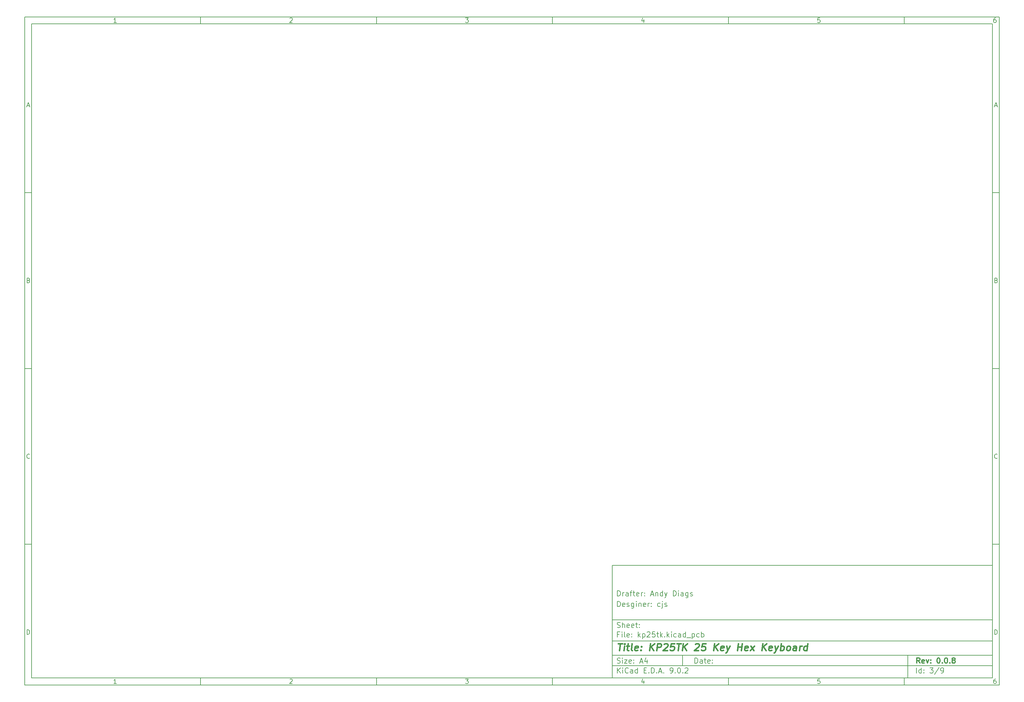
<source format=gtp>
%TF.GenerationSoftware,KiCad,Pcbnew,9.0.2+1*%
%TF.CreationDate,2025-06-13T17:56:32+09:00*%
%TF.ProjectId,kp25tk,6b703235-746b-42e6-9b69-6361645f7063,0.0.8*%
%TF.SameCoordinates,Original*%
%TF.FileFunction,Paste,Top*%
%TF.FilePolarity,Positive*%
%FSLAX46Y46*%
G04 Gerber Fmt 4.6, Leading zero omitted, Abs format (unit mm)*
G04 Created by KiCad (PCBNEW 9.0.2+1) date 2025-06-13 17:56:32*
%MOMM*%
%LPD*%
G01*
G04 APERTURE LIST*
%ADD10C,0.100000*%
%ADD11C,0.150000*%
%ADD12C,0.300000*%
%ADD13C,0.400000*%
G04 APERTURE END LIST*
D10*
D11*
X177002200Y-166007200D02*
X285002200Y-166007200D01*
X285002200Y-198007200D01*
X177002200Y-198007200D01*
X177002200Y-166007200D01*
D10*
D11*
X10000000Y-10000000D02*
X287002200Y-10000000D01*
X287002200Y-200007200D01*
X10000000Y-200007200D01*
X10000000Y-10000000D01*
D10*
D11*
X12000000Y-12000000D02*
X285002200Y-12000000D01*
X285002200Y-198007200D01*
X12000000Y-198007200D01*
X12000000Y-12000000D01*
D10*
D11*
X60000000Y-12000000D02*
X60000000Y-10000000D01*
D10*
D11*
X110000000Y-12000000D02*
X110000000Y-10000000D01*
D10*
D11*
X160000000Y-12000000D02*
X160000000Y-10000000D01*
D10*
D11*
X210000000Y-12000000D02*
X210000000Y-10000000D01*
D10*
D11*
X260000000Y-12000000D02*
X260000000Y-10000000D01*
D10*
D11*
X36089160Y-11593604D02*
X35346303Y-11593604D01*
X35717731Y-11593604D02*
X35717731Y-10293604D01*
X35717731Y-10293604D02*
X35593922Y-10479319D01*
X35593922Y-10479319D02*
X35470112Y-10603128D01*
X35470112Y-10603128D02*
X35346303Y-10665033D01*
D10*
D11*
X85346303Y-10417414D02*
X85408207Y-10355509D01*
X85408207Y-10355509D02*
X85532017Y-10293604D01*
X85532017Y-10293604D02*
X85841541Y-10293604D01*
X85841541Y-10293604D02*
X85965350Y-10355509D01*
X85965350Y-10355509D02*
X86027255Y-10417414D01*
X86027255Y-10417414D02*
X86089160Y-10541223D01*
X86089160Y-10541223D02*
X86089160Y-10665033D01*
X86089160Y-10665033D02*
X86027255Y-10850747D01*
X86027255Y-10850747D02*
X85284398Y-11593604D01*
X85284398Y-11593604D02*
X86089160Y-11593604D01*
D10*
D11*
X135284398Y-10293604D02*
X136089160Y-10293604D01*
X136089160Y-10293604D02*
X135655826Y-10788842D01*
X135655826Y-10788842D02*
X135841541Y-10788842D01*
X135841541Y-10788842D02*
X135965350Y-10850747D01*
X135965350Y-10850747D02*
X136027255Y-10912652D01*
X136027255Y-10912652D02*
X136089160Y-11036461D01*
X136089160Y-11036461D02*
X136089160Y-11345985D01*
X136089160Y-11345985D02*
X136027255Y-11469795D01*
X136027255Y-11469795D02*
X135965350Y-11531700D01*
X135965350Y-11531700D02*
X135841541Y-11593604D01*
X135841541Y-11593604D02*
X135470112Y-11593604D01*
X135470112Y-11593604D02*
X135346303Y-11531700D01*
X135346303Y-11531700D02*
X135284398Y-11469795D01*
D10*
D11*
X185965350Y-10726938D02*
X185965350Y-11593604D01*
X185655826Y-10231700D02*
X185346303Y-11160271D01*
X185346303Y-11160271D02*
X186151064Y-11160271D01*
D10*
D11*
X236027255Y-10293604D02*
X235408207Y-10293604D01*
X235408207Y-10293604D02*
X235346303Y-10912652D01*
X235346303Y-10912652D02*
X235408207Y-10850747D01*
X235408207Y-10850747D02*
X235532017Y-10788842D01*
X235532017Y-10788842D02*
X235841541Y-10788842D01*
X235841541Y-10788842D02*
X235965350Y-10850747D01*
X235965350Y-10850747D02*
X236027255Y-10912652D01*
X236027255Y-10912652D02*
X236089160Y-11036461D01*
X236089160Y-11036461D02*
X236089160Y-11345985D01*
X236089160Y-11345985D02*
X236027255Y-11469795D01*
X236027255Y-11469795D02*
X235965350Y-11531700D01*
X235965350Y-11531700D02*
X235841541Y-11593604D01*
X235841541Y-11593604D02*
X235532017Y-11593604D01*
X235532017Y-11593604D02*
X235408207Y-11531700D01*
X235408207Y-11531700D02*
X235346303Y-11469795D01*
D10*
D11*
X285965350Y-10293604D02*
X285717731Y-10293604D01*
X285717731Y-10293604D02*
X285593922Y-10355509D01*
X285593922Y-10355509D02*
X285532017Y-10417414D01*
X285532017Y-10417414D02*
X285408207Y-10603128D01*
X285408207Y-10603128D02*
X285346303Y-10850747D01*
X285346303Y-10850747D02*
X285346303Y-11345985D01*
X285346303Y-11345985D02*
X285408207Y-11469795D01*
X285408207Y-11469795D02*
X285470112Y-11531700D01*
X285470112Y-11531700D02*
X285593922Y-11593604D01*
X285593922Y-11593604D02*
X285841541Y-11593604D01*
X285841541Y-11593604D02*
X285965350Y-11531700D01*
X285965350Y-11531700D02*
X286027255Y-11469795D01*
X286027255Y-11469795D02*
X286089160Y-11345985D01*
X286089160Y-11345985D02*
X286089160Y-11036461D01*
X286089160Y-11036461D02*
X286027255Y-10912652D01*
X286027255Y-10912652D02*
X285965350Y-10850747D01*
X285965350Y-10850747D02*
X285841541Y-10788842D01*
X285841541Y-10788842D02*
X285593922Y-10788842D01*
X285593922Y-10788842D02*
X285470112Y-10850747D01*
X285470112Y-10850747D02*
X285408207Y-10912652D01*
X285408207Y-10912652D02*
X285346303Y-11036461D01*
D10*
D11*
X60000000Y-198007200D02*
X60000000Y-200007200D01*
D10*
D11*
X110000000Y-198007200D02*
X110000000Y-200007200D01*
D10*
D11*
X160000000Y-198007200D02*
X160000000Y-200007200D01*
D10*
D11*
X210000000Y-198007200D02*
X210000000Y-200007200D01*
D10*
D11*
X260000000Y-198007200D02*
X260000000Y-200007200D01*
D10*
D11*
X36089160Y-199600804D02*
X35346303Y-199600804D01*
X35717731Y-199600804D02*
X35717731Y-198300804D01*
X35717731Y-198300804D02*
X35593922Y-198486519D01*
X35593922Y-198486519D02*
X35470112Y-198610328D01*
X35470112Y-198610328D02*
X35346303Y-198672233D01*
D10*
D11*
X85346303Y-198424614D02*
X85408207Y-198362709D01*
X85408207Y-198362709D02*
X85532017Y-198300804D01*
X85532017Y-198300804D02*
X85841541Y-198300804D01*
X85841541Y-198300804D02*
X85965350Y-198362709D01*
X85965350Y-198362709D02*
X86027255Y-198424614D01*
X86027255Y-198424614D02*
X86089160Y-198548423D01*
X86089160Y-198548423D02*
X86089160Y-198672233D01*
X86089160Y-198672233D02*
X86027255Y-198857947D01*
X86027255Y-198857947D02*
X85284398Y-199600804D01*
X85284398Y-199600804D02*
X86089160Y-199600804D01*
D10*
D11*
X135284398Y-198300804D02*
X136089160Y-198300804D01*
X136089160Y-198300804D02*
X135655826Y-198796042D01*
X135655826Y-198796042D02*
X135841541Y-198796042D01*
X135841541Y-198796042D02*
X135965350Y-198857947D01*
X135965350Y-198857947D02*
X136027255Y-198919852D01*
X136027255Y-198919852D02*
X136089160Y-199043661D01*
X136089160Y-199043661D02*
X136089160Y-199353185D01*
X136089160Y-199353185D02*
X136027255Y-199476995D01*
X136027255Y-199476995D02*
X135965350Y-199538900D01*
X135965350Y-199538900D02*
X135841541Y-199600804D01*
X135841541Y-199600804D02*
X135470112Y-199600804D01*
X135470112Y-199600804D02*
X135346303Y-199538900D01*
X135346303Y-199538900D02*
X135284398Y-199476995D01*
D10*
D11*
X185965350Y-198734138D02*
X185965350Y-199600804D01*
X185655826Y-198238900D02*
X185346303Y-199167471D01*
X185346303Y-199167471D02*
X186151064Y-199167471D01*
D10*
D11*
X236027255Y-198300804D02*
X235408207Y-198300804D01*
X235408207Y-198300804D02*
X235346303Y-198919852D01*
X235346303Y-198919852D02*
X235408207Y-198857947D01*
X235408207Y-198857947D02*
X235532017Y-198796042D01*
X235532017Y-198796042D02*
X235841541Y-198796042D01*
X235841541Y-198796042D02*
X235965350Y-198857947D01*
X235965350Y-198857947D02*
X236027255Y-198919852D01*
X236027255Y-198919852D02*
X236089160Y-199043661D01*
X236089160Y-199043661D02*
X236089160Y-199353185D01*
X236089160Y-199353185D02*
X236027255Y-199476995D01*
X236027255Y-199476995D02*
X235965350Y-199538900D01*
X235965350Y-199538900D02*
X235841541Y-199600804D01*
X235841541Y-199600804D02*
X235532017Y-199600804D01*
X235532017Y-199600804D02*
X235408207Y-199538900D01*
X235408207Y-199538900D02*
X235346303Y-199476995D01*
D10*
D11*
X285965350Y-198300804D02*
X285717731Y-198300804D01*
X285717731Y-198300804D02*
X285593922Y-198362709D01*
X285593922Y-198362709D02*
X285532017Y-198424614D01*
X285532017Y-198424614D02*
X285408207Y-198610328D01*
X285408207Y-198610328D02*
X285346303Y-198857947D01*
X285346303Y-198857947D02*
X285346303Y-199353185D01*
X285346303Y-199353185D02*
X285408207Y-199476995D01*
X285408207Y-199476995D02*
X285470112Y-199538900D01*
X285470112Y-199538900D02*
X285593922Y-199600804D01*
X285593922Y-199600804D02*
X285841541Y-199600804D01*
X285841541Y-199600804D02*
X285965350Y-199538900D01*
X285965350Y-199538900D02*
X286027255Y-199476995D01*
X286027255Y-199476995D02*
X286089160Y-199353185D01*
X286089160Y-199353185D02*
X286089160Y-199043661D01*
X286089160Y-199043661D02*
X286027255Y-198919852D01*
X286027255Y-198919852D02*
X285965350Y-198857947D01*
X285965350Y-198857947D02*
X285841541Y-198796042D01*
X285841541Y-198796042D02*
X285593922Y-198796042D01*
X285593922Y-198796042D02*
X285470112Y-198857947D01*
X285470112Y-198857947D02*
X285408207Y-198919852D01*
X285408207Y-198919852D02*
X285346303Y-199043661D01*
D10*
D11*
X10000000Y-60000000D02*
X12000000Y-60000000D01*
D10*
D11*
X10000000Y-110000000D02*
X12000000Y-110000000D01*
D10*
D11*
X10000000Y-160000000D02*
X12000000Y-160000000D01*
D10*
D11*
X10690476Y-35222176D02*
X11309523Y-35222176D01*
X10566666Y-35593604D02*
X10999999Y-34293604D01*
X10999999Y-34293604D02*
X11433333Y-35593604D01*
D10*
D11*
X11092857Y-84912652D02*
X11278571Y-84974557D01*
X11278571Y-84974557D02*
X11340476Y-85036461D01*
X11340476Y-85036461D02*
X11402380Y-85160271D01*
X11402380Y-85160271D02*
X11402380Y-85345985D01*
X11402380Y-85345985D02*
X11340476Y-85469795D01*
X11340476Y-85469795D02*
X11278571Y-85531700D01*
X11278571Y-85531700D02*
X11154761Y-85593604D01*
X11154761Y-85593604D02*
X10659523Y-85593604D01*
X10659523Y-85593604D02*
X10659523Y-84293604D01*
X10659523Y-84293604D02*
X11092857Y-84293604D01*
X11092857Y-84293604D02*
X11216666Y-84355509D01*
X11216666Y-84355509D02*
X11278571Y-84417414D01*
X11278571Y-84417414D02*
X11340476Y-84541223D01*
X11340476Y-84541223D02*
X11340476Y-84665033D01*
X11340476Y-84665033D02*
X11278571Y-84788842D01*
X11278571Y-84788842D02*
X11216666Y-84850747D01*
X11216666Y-84850747D02*
X11092857Y-84912652D01*
X11092857Y-84912652D02*
X10659523Y-84912652D01*
D10*
D11*
X11402380Y-135469795D02*
X11340476Y-135531700D01*
X11340476Y-135531700D02*
X11154761Y-135593604D01*
X11154761Y-135593604D02*
X11030952Y-135593604D01*
X11030952Y-135593604D02*
X10845238Y-135531700D01*
X10845238Y-135531700D02*
X10721428Y-135407890D01*
X10721428Y-135407890D02*
X10659523Y-135284080D01*
X10659523Y-135284080D02*
X10597619Y-135036461D01*
X10597619Y-135036461D02*
X10597619Y-134850747D01*
X10597619Y-134850747D02*
X10659523Y-134603128D01*
X10659523Y-134603128D02*
X10721428Y-134479319D01*
X10721428Y-134479319D02*
X10845238Y-134355509D01*
X10845238Y-134355509D02*
X11030952Y-134293604D01*
X11030952Y-134293604D02*
X11154761Y-134293604D01*
X11154761Y-134293604D02*
X11340476Y-134355509D01*
X11340476Y-134355509D02*
X11402380Y-134417414D01*
D10*
D11*
X10659523Y-185593604D02*
X10659523Y-184293604D01*
X10659523Y-184293604D02*
X10969047Y-184293604D01*
X10969047Y-184293604D02*
X11154761Y-184355509D01*
X11154761Y-184355509D02*
X11278571Y-184479319D01*
X11278571Y-184479319D02*
X11340476Y-184603128D01*
X11340476Y-184603128D02*
X11402380Y-184850747D01*
X11402380Y-184850747D02*
X11402380Y-185036461D01*
X11402380Y-185036461D02*
X11340476Y-185284080D01*
X11340476Y-185284080D02*
X11278571Y-185407890D01*
X11278571Y-185407890D02*
X11154761Y-185531700D01*
X11154761Y-185531700D02*
X10969047Y-185593604D01*
X10969047Y-185593604D02*
X10659523Y-185593604D01*
D10*
D11*
X287002200Y-60000000D02*
X285002200Y-60000000D01*
D10*
D11*
X287002200Y-110000000D02*
X285002200Y-110000000D01*
D10*
D11*
X287002200Y-160000000D02*
X285002200Y-160000000D01*
D10*
D11*
X285692676Y-35222176D02*
X286311723Y-35222176D01*
X285568866Y-35593604D02*
X286002199Y-34293604D01*
X286002199Y-34293604D02*
X286435533Y-35593604D01*
D10*
D11*
X286095057Y-84912652D02*
X286280771Y-84974557D01*
X286280771Y-84974557D02*
X286342676Y-85036461D01*
X286342676Y-85036461D02*
X286404580Y-85160271D01*
X286404580Y-85160271D02*
X286404580Y-85345985D01*
X286404580Y-85345985D02*
X286342676Y-85469795D01*
X286342676Y-85469795D02*
X286280771Y-85531700D01*
X286280771Y-85531700D02*
X286156961Y-85593604D01*
X286156961Y-85593604D02*
X285661723Y-85593604D01*
X285661723Y-85593604D02*
X285661723Y-84293604D01*
X285661723Y-84293604D02*
X286095057Y-84293604D01*
X286095057Y-84293604D02*
X286218866Y-84355509D01*
X286218866Y-84355509D02*
X286280771Y-84417414D01*
X286280771Y-84417414D02*
X286342676Y-84541223D01*
X286342676Y-84541223D02*
X286342676Y-84665033D01*
X286342676Y-84665033D02*
X286280771Y-84788842D01*
X286280771Y-84788842D02*
X286218866Y-84850747D01*
X286218866Y-84850747D02*
X286095057Y-84912652D01*
X286095057Y-84912652D02*
X285661723Y-84912652D01*
D10*
D11*
X286404580Y-135469795D02*
X286342676Y-135531700D01*
X286342676Y-135531700D02*
X286156961Y-135593604D01*
X286156961Y-135593604D02*
X286033152Y-135593604D01*
X286033152Y-135593604D02*
X285847438Y-135531700D01*
X285847438Y-135531700D02*
X285723628Y-135407890D01*
X285723628Y-135407890D02*
X285661723Y-135284080D01*
X285661723Y-135284080D02*
X285599819Y-135036461D01*
X285599819Y-135036461D02*
X285599819Y-134850747D01*
X285599819Y-134850747D02*
X285661723Y-134603128D01*
X285661723Y-134603128D02*
X285723628Y-134479319D01*
X285723628Y-134479319D02*
X285847438Y-134355509D01*
X285847438Y-134355509D02*
X286033152Y-134293604D01*
X286033152Y-134293604D02*
X286156961Y-134293604D01*
X286156961Y-134293604D02*
X286342676Y-134355509D01*
X286342676Y-134355509D02*
X286404580Y-134417414D01*
D10*
D11*
X285661723Y-185593604D02*
X285661723Y-184293604D01*
X285661723Y-184293604D02*
X285971247Y-184293604D01*
X285971247Y-184293604D02*
X286156961Y-184355509D01*
X286156961Y-184355509D02*
X286280771Y-184479319D01*
X286280771Y-184479319D02*
X286342676Y-184603128D01*
X286342676Y-184603128D02*
X286404580Y-184850747D01*
X286404580Y-184850747D02*
X286404580Y-185036461D01*
X286404580Y-185036461D02*
X286342676Y-185284080D01*
X286342676Y-185284080D02*
X286280771Y-185407890D01*
X286280771Y-185407890D02*
X286156961Y-185531700D01*
X286156961Y-185531700D02*
X285971247Y-185593604D01*
X285971247Y-185593604D02*
X285661723Y-185593604D01*
D10*
D11*
X200458026Y-193793328D02*
X200458026Y-192293328D01*
X200458026Y-192293328D02*
X200815169Y-192293328D01*
X200815169Y-192293328D02*
X201029455Y-192364757D01*
X201029455Y-192364757D02*
X201172312Y-192507614D01*
X201172312Y-192507614D02*
X201243741Y-192650471D01*
X201243741Y-192650471D02*
X201315169Y-192936185D01*
X201315169Y-192936185D02*
X201315169Y-193150471D01*
X201315169Y-193150471D02*
X201243741Y-193436185D01*
X201243741Y-193436185D02*
X201172312Y-193579042D01*
X201172312Y-193579042D02*
X201029455Y-193721900D01*
X201029455Y-193721900D02*
X200815169Y-193793328D01*
X200815169Y-193793328D02*
X200458026Y-193793328D01*
X202600884Y-193793328D02*
X202600884Y-193007614D01*
X202600884Y-193007614D02*
X202529455Y-192864757D01*
X202529455Y-192864757D02*
X202386598Y-192793328D01*
X202386598Y-192793328D02*
X202100884Y-192793328D01*
X202100884Y-192793328D02*
X201958026Y-192864757D01*
X202600884Y-193721900D02*
X202458026Y-193793328D01*
X202458026Y-193793328D02*
X202100884Y-193793328D01*
X202100884Y-193793328D02*
X201958026Y-193721900D01*
X201958026Y-193721900D02*
X201886598Y-193579042D01*
X201886598Y-193579042D02*
X201886598Y-193436185D01*
X201886598Y-193436185D02*
X201958026Y-193293328D01*
X201958026Y-193293328D02*
X202100884Y-193221900D01*
X202100884Y-193221900D02*
X202458026Y-193221900D01*
X202458026Y-193221900D02*
X202600884Y-193150471D01*
X203100884Y-192793328D02*
X203672312Y-192793328D01*
X203315169Y-192293328D02*
X203315169Y-193579042D01*
X203315169Y-193579042D02*
X203386598Y-193721900D01*
X203386598Y-193721900D02*
X203529455Y-193793328D01*
X203529455Y-193793328D02*
X203672312Y-193793328D01*
X204743741Y-193721900D02*
X204600884Y-193793328D01*
X204600884Y-193793328D02*
X204315170Y-193793328D01*
X204315170Y-193793328D02*
X204172312Y-193721900D01*
X204172312Y-193721900D02*
X204100884Y-193579042D01*
X204100884Y-193579042D02*
X204100884Y-193007614D01*
X204100884Y-193007614D02*
X204172312Y-192864757D01*
X204172312Y-192864757D02*
X204315170Y-192793328D01*
X204315170Y-192793328D02*
X204600884Y-192793328D01*
X204600884Y-192793328D02*
X204743741Y-192864757D01*
X204743741Y-192864757D02*
X204815170Y-193007614D01*
X204815170Y-193007614D02*
X204815170Y-193150471D01*
X204815170Y-193150471D02*
X204100884Y-193293328D01*
X205458026Y-193650471D02*
X205529455Y-193721900D01*
X205529455Y-193721900D02*
X205458026Y-193793328D01*
X205458026Y-193793328D02*
X205386598Y-193721900D01*
X205386598Y-193721900D02*
X205458026Y-193650471D01*
X205458026Y-193650471D02*
X205458026Y-193793328D01*
X205458026Y-192864757D02*
X205529455Y-192936185D01*
X205529455Y-192936185D02*
X205458026Y-193007614D01*
X205458026Y-193007614D02*
X205386598Y-192936185D01*
X205386598Y-192936185D02*
X205458026Y-192864757D01*
X205458026Y-192864757D02*
X205458026Y-193007614D01*
D10*
D11*
X177002200Y-194507200D02*
X285002200Y-194507200D01*
D10*
D11*
X178458026Y-196593328D02*
X178458026Y-195093328D01*
X179315169Y-196593328D02*
X178672312Y-195736185D01*
X179315169Y-195093328D02*
X178458026Y-195950471D01*
X179958026Y-196593328D02*
X179958026Y-195593328D01*
X179958026Y-195093328D02*
X179886598Y-195164757D01*
X179886598Y-195164757D02*
X179958026Y-195236185D01*
X179958026Y-195236185D02*
X180029455Y-195164757D01*
X180029455Y-195164757D02*
X179958026Y-195093328D01*
X179958026Y-195093328D02*
X179958026Y-195236185D01*
X181529455Y-196450471D02*
X181458027Y-196521900D01*
X181458027Y-196521900D02*
X181243741Y-196593328D01*
X181243741Y-196593328D02*
X181100884Y-196593328D01*
X181100884Y-196593328D02*
X180886598Y-196521900D01*
X180886598Y-196521900D02*
X180743741Y-196379042D01*
X180743741Y-196379042D02*
X180672312Y-196236185D01*
X180672312Y-196236185D02*
X180600884Y-195950471D01*
X180600884Y-195950471D02*
X180600884Y-195736185D01*
X180600884Y-195736185D02*
X180672312Y-195450471D01*
X180672312Y-195450471D02*
X180743741Y-195307614D01*
X180743741Y-195307614D02*
X180886598Y-195164757D01*
X180886598Y-195164757D02*
X181100884Y-195093328D01*
X181100884Y-195093328D02*
X181243741Y-195093328D01*
X181243741Y-195093328D02*
X181458027Y-195164757D01*
X181458027Y-195164757D02*
X181529455Y-195236185D01*
X182815170Y-196593328D02*
X182815170Y-195807614D01*
X182815170Y-195807614D02*
X182743741Y-195664757D01*
X182743741Y-195664757D02*
X182600884Y-195593328D01*
X182600884Y-195593328D02*
X182315170Y-195593328D01*
X182315170Y-195593328D02*
X182172312Y-195664757D01*
X182815170Y-196521900D02*
X182672312Y-196593328D01*
X182672312Y-196593328D02*
X182315170Y-196593328D01*
X182315170Y-196593328D02*
X182172312Y-196521900D01*
X182172312Y-196521900D02*
X182100884Y-196379042D01*
X182100884Y-196379042D02*
X182100884Y-196236185D01*
X182100884Y-196236185D02*
X182172312Y-196093328D01*
X182172312Y-196093328D02*
X182315170Y-196021900D01*
X182315170Y-196021900D02*
X182672312Y-196021900D01*
X182672312Y-196021900D02*
X182815170Y-195950471D01*
X184172313Y-196593328D02*
X184172313Y-195093328D01*
X184172313Y-196521900D02*
X184029455Y-196593328D01*
X184029455Y-196593328D02*
X183743741Y-196593328D01*
X183743741Y-196593328D02*
X183600884Y-196521900D01*
X183600884Y-196521900D02*
X183529455Y-196450471D01*
X183529455Y-196450471D02*
X183458027Y-196307614D01*
X183458027Y-196307614D02*
X183458027Y-195879042D01*
X183458027Y-195879042D02*
X183529455Y-195736185D01*
X183529455Y-195736185D02*
X183600884Y-195664757D01*
X183600884Y-195664757D02*
X183743741Y-195593328D01*
X183743741Y-195593328D02*
X184029455Y-195593328D01*
X184029455Y-195593328D02*
X184172313Y-195664757D01*
X186029455Y-195807614D02*
X186529455Y-195807614D01*
X186743741Y-196593328D02*
X186029455Y-196593328D01*
X186029455Y-196593328D02*
X186029455Y-195093328D01*
X186029455Y-195093328D02*
X186743741Y-195093328D01*
X187386598Y-196450471D02*
X187458027Y-196521900D01*
X187458027Y-196521900D02*
X187386598Y-196593328D01*
X187386598Y-196593328D02*
X187315170Y-196521900D01*
X187315170Y-196521900D02*
X187386598Y-196450471D01*
X187386598Y-196450471D02*
X187386598Y-196593328D01*
X188100884Y-196593328D02*
X188100884Y-195093328D01*
X188100884Y-195093328D02*
X188458027Y-195093328D01*
X188458027Y-195093328D02*
X188672313Y-195164757D01*
X188672313Y-195164757D02*
X188815170Y-195307614D01*
X188815170Y-195307614D02*
X188886599Y-195450471D01*
X188886599Y-195450471D02*
X188958027Y-195736185D01*
X188958027Y-195736185D02*
X188958027Y-195950471D01*
X188958027Y-195950471D02*
X188886599Y-196236185D01*
X188886599Y-196236185D02*
X188815170Y-196379042D01*
X188815170Y-196379042D02*
X188672313Y-196521900D01*
X188672313Y-196521900D02*
X188458027Y-196593328D01*
X188458027Y-196593328D02*
X188100884Y-196593328D01*
X189600884Y-196450471D02*
X189672313Y-196521900D01*
X189672313Y-196521900D02*
X189600884Y-196593328D01*
X189600884Y-196593328D02*
X189529456Y-196521900D01*
X189529456Y-196521900D02*
X189600884Y-196450471D01*
X189600884Y-196450471D02*
X189600884Y-196593328D01*
X190243742Y-196164757D02*
X190958028Y-196164757D01*
X190100885Y-196593328D02*
X190600885Y-195093328D01*
X190600885Y-195093328D02*
X191100885Y-196593328D01*
X191600884Y-196450471D02*
X191672313Y-196521900D01*
X191672313Y-196521900D02*
X191600884Y-196593328D01*
X191600884Y-196593328D02*
X191529456Y-196521900D01*
X191529456Y-196521900D02*
X191600884Y-196450471D01*
X191600884Y-196450471D02*
X191600884Y-196593328D01*
X193529456Y-196593328D02*
X193815170Y-196593328D01*
X193815170Y-196593328D02*
X193958027Y-196521900D01*
X193958027Y-196521900D02*
X194029456Y-196450471D01*
X194029456Y-196450471D02*
X194172313Y-196236185D01*
X194172313Y-196236185D02*
X194243742Y-195950471D01*
X194243742Y-195950471D02*
X194243742Y-195379042D01*
X194243742Y-195379042D02*
X194172313Y-195236185D01*
X194172313Y-195236185D02*
X194100885Y-195164757D01*
X194100885Y-195164757D02*
X193958027Y-195093328D01*
X193958027Y-195093328D02*
X193672313Y-195093328D01*
X193672313Y-195093328D02*
X193529456Y-195164757D01*
X193529456Y-195164757D02*
X193458027Y-195236185D01*
X193458027Y-195236185D02*
X193386599Y-195379042D01*
X193386599Y-195379042D02*
X193386599Y-195736185D01*
X193386599Y-195736185D02*
X193458027Y-195879042D01*
X193458027Y-195879042D02*
X193529456Y-195950471D01*
X193529456Y-195950471D02*
X193672313Y-196021900D01*
X193672313Y-196021900D02*
X193958027Y-196021900D01*
X193958027Y-196021900D02*
X194100885Y-195950471D01*
X194100885Y-195950471D02*
X194172313Y-195879042D01*
X194172313Y-195879042D02*
X194243742Y-195736185D01*
X194886598Y-196450471D02*
X194958027Y-196521900D01*
X194958027Y-196521900D02*
X194886598Y-196593328D01*
X194886598Y-196593328D02*
X194815170Y-196521900D01*
X194815170Y-196521900D02*
X194886598Y-196450471D01*
X194886598Y-196450471D02*
X194886598Y-196593328D01*
X195886599Y-195093328D02*
X196029456Y-195093328D01*
X196029456Y-195093328D02*
X196172313Y-195164757D01*
X196172313Y-195164757D02*
X196243742Y-195236185D01*
X196243742Y-195236185D02*
X196315170Y-195379042D01*
X196315170Y-195379042D02*
X196386599Y-195664757D01*
X196386599Y-195664757D02*
X196386599Y-196021900D01*
X196386599Y-196021900D02*
X196315170Y-196307614D01*
X196315170Y-196307614D02*
X196243742Y-196450471D01*
X196243742Y-196450471D02*
X196172313Y-196521900D01*
X196172313Y-196521900D02*
X196029456Y-196593328D01*
X196029456Y-196593328D02*
X195886599Y-196593328D01*
X195886599Y-196593328D02*
X195743742Y-196521900D01*
X195743742Y-196521900D02*
X195672313Y-196450471D01*
X195672313Y-196450471D02*
X195600884Y-196307614D01*
X195600884Y-196307614D02*
X195529456Y-196021900D01*
X195529456Y-196021900D02*
X195529456Y-195664757D01*
X195529456Y-195664757D02*
X195600884Y-195379042D01*
X195600884Y-195379042D02*
X195672313Y-195236185D01*
X195672313Y-195236185D02*
X195743742Y-195164757D01*
X195743742Y-195164757D02*
X195886599Y-195093328D01*
X197029455Y-196450471D02*
X197100884Y-196521900D01*
X197100884Y-196521900D02*
X197029455Y-196593328D01*
X197029455Y-196593328D02*
X196958027Y-196521900D01*
X196958027Y-196521900D02*
X197029455Y-196450471D01*
X197029455Y-196450471D02*
X197029455Y-196593328D01*
X197672313Y-195236185D02*
X197743741Y-195164757D01*
X197743741Y-195164757D02*
X197886599Y-195093328D01*
X197886599Y-195093328D02*
X198243741Y-195093328D01*
X198243741Y-195093328D02*
X198386599Y-195164757D01*
X198386599Y-195164757D02*
X198458027Y-195236185D01*
X198458027Y-195236185D02*
X198529456Y-195379042D01*
X198529456Y-195379042D02*
X198529456Y-195521900D01*
X198529456Y-195521900D02*
X198458027Y-195736185D01*
X198458027Y-195736185D02*
X197600884Y-196593328D01*
X197600884Y-196593328D02*
X198529456Y-196593328D01*
D10*
D11*
X177002200Y-191507200D02*
X285002200Y-191507200D01*
D10*
D12*
X264413853Y-193785528D02*
X263913853Y-193071242D01*
X263556710Y-193785528D02*
X263556710Y-192285528D01*
X263556710Y-192285528D02*
X264128139Y-192285528D01*
X264128139Y-192285528D02*
X264270996Y-192356957D01*
X264270996Y-192356957D02*
X264342425Y-192428385D01*
X264342425Y-192428385D02*
X264413853Y-192571242D01*
X264413853Y-192571242D02*
X264413853Y-192785528D01*
X264413853Y-192785528D02*
X264342425Y-192928385D01*
X264342425Y-192928385D02*
X264270996Y-192999814D01*
X264270996Y-192999814D02*
X264128139Y-193071242D01*
X264128139Y-193071242D02*
X263556710Y-193071242D01*
X265628139Y-193714100D02*
X265485282Y-193785528D01*
X265485282Y-193785528D02*
X265199568Y-193785528D01*
X265199568Y-193785528D02*
X265056710Y-193714100D01*
X265056710Y-193714100D02*
X264985282Y-193571242D01*
X264985282Y-193571242D02*
X264985282Y-192999814D01*
X264985282Y-192999814D02*
X265056710Y-192856957D01*
X265056710Y-192856957D02*
X265199568Y-192785528D01*
X265199568Y-192785528D02*
X265485282Y-192785528D01*
X265485282Y-192785528D02*
X265628139Y-192856957D01*
X265628139Y-192856957D02*
X265699568Y-192999814D01*
X265699568Y-192999814D02*
X265699568Y-193142671D01*
X265699568Y-193142671D02*
X264985282Y-193285528D01*
X266199567Y-192785528D02*
X266556710Y-193785528D01*
X266556710Y-193785528D02*
X266913853Y-192785528D01*
X267485281Y-193642671D02*
X267556710Y-193714100D01*
X267556710Y-193714100D02*
X267485281Y-193785528D01*
X267485281Y-193785528D02*
X267413853Y-193714100D01*
X267413853Y-193714100D02*
X267485281Y-193642671D01*
X267485281Y-193642671D02*
X267485281Y-193785528D01*
X267485281Y-192856957D02*
X267556710Y-192928385D01*
X267556710Y-192928385D02*
X267485281Y-192999814D01*
X267485281Y-192999814D02*
X267413853Y-192928385D01*
X267413853Y-192928385D02*
X267485281Y-192856957D01*
X267485281Y-192856957D02*
X267485281Y-192999814D01*
X269628139Y-192285528D02*
X269770996Y-192285528D01*
X269770996Y-192285528D02*
X269913853Y-192356957D01*
X269913853Y-192356957D02*
X269985282Y-192428385D01*
X269985282Y-192428385D02*
X270056710Y-192571242D01*
X270056710Y-192571242D02*
X270128139Y-192856957D01*
X270128139Y-192856957D02*
X270128139Y-193214100D01*
X270128139Y-193214100D02*
X270056710Y-193499814D01*
X270056710Y-193499814D02*
X269985282Y-193642671D01*
X269985282Y-193642671D02*
X269913853Y-193714100D01*
X269913853Y-193714100D02*
X269770996Y-193785528D01*
X269770996Y-193785528D02*
X269628139Y-193785528D01*
X269628139Y-193785528D02*
X269485282Y-193714100D01*
X269485282Y-193714100D02*
X269413853Y-193642671D01*
X269413853Y-193642671D02*
X269342424Y-193499814D01*
X269342424Y-193499814D02*
X269270996Y-193214100D01*
X269270996Y-193214100D02*
X269270996Y-192856957D01*
X269270996Y-192856957D02*
X269342424Y-192571242D01*
X269342424Y-192571242D02*
X269413853Y-192428385D01*
X269413853Y-192428385D02*
X269485282Y-192356957D01*
X269485282Y-192356957D02*
X269628139Y-192285528D01*
X270770995Y-193642671D02*
X270842424Y-193714100D01*
X270842424Y-193714100D02*
X270770995Y-193785528D01*
X270770995Y-193785528D02*
X270699567Y-193714100D01*
X270699567Y-193714100D02*
X270770995Y-193642671D01*
X270770995Y-193642671D02*
X270770995Y-193785528D01*
X271770996Y-192285528D02*
X271913853Y-192285528D01*
X271913853Y-192285528D02*
X272056710Y-192356957D01*
X272056710Y-192356957D02*
X272128139Y-192428385D01*
X272128139Y-192428385D02*
X272199567Y-192571242D01*
X272199567Y-192571242D02*
X272270996Y-192856957D01*
X272270996Y-192856957D02*
X272270996Y-193214100D01*
X272270996Y-193214100D02*
X272199567Y-193499814D01*
X272199567Y-193499814D02*
X272128139Y-193642671D01*
X272128139Y-193642671D02*
X272056710Y-193714100D01*
X272056710Y-193714100D02*
X271913853Y-193785528D01*
X271913853Y-193785528D02*
X271770996Y-193785528D01*
X271770996Y-193785528D02*
X271628139Y-193714100D01*
X271628139Y-193714100D02*
X271556710Y-193642671D01*
X271556710Y-193642671D02*
X271485281Y-193499814D01*
X271485281Y-193499814D02*
X271413853Y-193214100D01*
X271413853Y-193214100D02*
X271413853Y-192856957D01*
X271413853Y-192856957D02*
X271485281Y-192571242D01*
X271485281Y-192571242D02*
X271556710Y-192428385D01*
X271556710Y-192428385D02*
X271628139Y-192356957D01*
X271628139Y-192356957D02*
X271770996Y-192285528D01*
X272913852Y-193642671D02*
X272985281Y-193714100D01*
X272985281Y-193714100D02*
X272913852Y-193785528D01*
X272913852Y-193785528D02*
X272842424Y-193714100D01*
X272842424Y-193714100D02*
X272913852Y-193642671D01*
X272913852Y-193642671D02*
X272913852Y-193785528D01*
X273842424Y-192928385D02*
X273699567Y-192856957D01*
X273699567Y-192856957D02*
X273628138Y-192785528D01*
X273628138Y-192785528D02*
X273556710Y-192642671D01*
X273556710Y-192642671D02*
X273556710Y-192571242D01*
X273556710Y-192571242D02*
X273628138Y-192428385D01*
X273628138Y-192428385D02*
X273699567Y-192356957D01*
X273699567Y-192356957D02*
X273842424Y-192285528D01*
X273842424Y-192285528D02*
X274128138Y-192285528D01*
X274128138Y-192285528D02*
X274270996Y-192356957D01*
X274270996Y-192356957D02*
X274342424Y-192428385D01*
X274342424Y-192428385D02*
X274413853Y-192571242D01*
X274413853Y-192571242D02*
X274413853Y-192642671D01*
X274413853Y-192642671D02*
X274342424Y-192785528D01*
X274342424Y-192785528D02*
X274270996Y-192856957D01*
X274270996Y-192856957D02*
X274128138Y-192928385D01*
X274128138Y-192928385D02*
X273842424Y-192928385D01*
X273842424Y-192928385D02*
X273699567Y-192999814D01*
X273699567Y-192999814D02*
X273628138Y-193071242D01*
X273628138Y-193071242D02*
X273556710Y-193214100D01*
X273556710Y-193214100D02*
X273556710Y-193499814D01*
X273556710Y-193499814D02*
X273628138Y-193642671D01*
X273628138Y-193642671D02*
X273699567Y-193714100D01*
X273699567Y-193714100D02*
X273842424Y-193785528D01*
X273842424Y-193785528D02*
X274128138Y-193785528D01*
X274128138Y-193785528D02*
X274270996Y-193714100D01*
X274270996Y-193714100D02*
X274342424Y-193642671D01*
X274342424Y-193642671D02*
X274413853Y-193499814D01*
X274413853Y-193499814D02*
X274413853Y-193214100D01*
X274413853Y-193214100D02*
X274342424Y-193071242D01*
X274342424Y-193071242D02*
X274270996Y-192999814D01*
X274270996Y-192999814D02*
X274128138Y-192928385D01*
D10*
D11*
X178386598Y-193721900D02*
X178600884Y-193793328D01*
X178600884Y-193793328D02*
X178958026Y-193793328D01*
X178958026Y-193793328D02*
X179100884Y-193721900D01*
X179100884Y-193721900D02*
X179172312Y-193650471D01*
X179172312Y-193650471D02*
X179243741Y-193507614D01*
X179243741Y-193507614D02*
X179243741Y-193364757D01*
X179243741Y-193364757D02*
X179172312Y-193221900D01*
X179172312Y-193221900D02*
X179100884Y-193150471D01*
X179100884Y-193150471D02*
X178958026Y-193079042D01*
X178958026Y-193079042D02*
X178672312Y-193007614D01*
X178672312Y-193007614D02*
X178529455Y-192936185D01*
X178529455Y-192936185D02*
X178458026Y-192864757D01*
X178458026Y-192864757D02*
X178386598Y-192721900D01*
X178386598Y-192721900D02*
X178386598Y-192579042D01*
X178386598Y-192579042D02*
X178458026Y-192436185D01*
X178458026Y-192436185D02*
X178529455Y-192364757D01*
X178529455Y-192364757D02*
X178672312Y-192293328D01*
X178672312Y-192293328D02*
X179029455Y-192293328D01*
X179029455Y-192293328D02*
X179243741Y-192364757D01*
X179886597Y-193793328D02*
X179886597Y-192793328D01*
X179886597Y-192293328D02*
X179815169Y-192364757D01*
X179815169Y-192364757D02*
X179886597Y-192436185D01*
X179886597Y-192436185D02*
X179958026Y-192364757D01*
X179958026Y-192364757D02*
X179886597Y-192293328D01*
X179886597Y-192293328D02*
X179886597Y-192436185D01*
X180458026Y-192793328D02*
X181243741Y-192793328D01*
X181243741Y-192793328D02*
X180458026Y-193793328D01*
X180458026Y-193793328D02*
X181243741Y-193793328D01*
X182386598Y-193721900D02*
X182243741Y-193793328D01*
X182243741Y-193793328D02*
X181958027Y-193793328D01*
X181958027Y-193793328D02*
X181815169Y-193721900D01*
X181815169Y-193721900D02*
X181743741Y-193579042D01*
X181743741Y-193579042D02*
X181743741Y-193007614D01*
X181743741Y-193007614D02*
X181815169Y-192864757D01*
X181815169Y-192864757D02*
X181958027Y-192793328D01*
X181958027Y-192793328D02*
X182243741Y-192793328D01*
X182243741Y-192793328D02*
X182386598Y-192864757D01*
X182386598Y-192864757D02*
X182458027Y-193007614D01*
X182458027Y-193007614D02*
X182458027Y-193150471D01*
X182458027Y-193150471D02*
X181743741Y-193293328D01*
X183100883Y-193650471D02*
X183172312Y-193721900D01*
X183172312Y-193721900D02*
X183100883Y-193793328D01*
X183100883Y-193793328D02*
X183029455Y-193721900D01*
X183029455Y-193721900D02*
X183100883Y-193650471D01*
X183100883Y-193650471D02*
X183100883Y-193793328D01*
X183100883Y-192864757D02*
X183172312Y-192936185D01*
X183172312Y-192936185D02*
X183100883Y-193007614D01*
X183100883Y-193007614D02*
X183029455Y-192936185D01*
X183029455Y-192936185D02*
X183100883Y-192864757D01*
X183100883Y-192864757D02*
X183100883Y-193007614D01*
X184886598Y-193364757D02*
X185600884Y-193364757D01*
X184743741Y-193793328D02*
X185243741Y-192293328D01*
X185243741Y-192293328D02*
X185743741Y-193793328D01*
X186886598Y-192793328D02*
X186886598Y-193793328D01*
X186529455Y-192221900D02*
X186172312Y-193293328D01*
X186172312Y-193293328D02*
X187100883Y-193293328D01*
D10*
D11*
X263458026Y-196593328D02*
X263458026Y-195093328D01*
X264815170Y-196593328D02*
X264815170Y-195093328D01*
X264815170Y-196521900D02*
X264672312Y-196593328D01*
X264672312Y-196593328D02*
X264386598Y-196593328D01*
X264386598Y-196593328D02*
X264243741Y-196521900D01*
X264243741Y-196521900D02*
X264172312Y-196450471D01*
X264172312Y-196450471D02*
X264100884Y-196307614D01*
X264100884Y-196307614D02*
X264100884Y-195879042D01*
X264100884Y-195879042D02*
X264172312Y-195736185D01*
X264172312Y-195736185D02*
X264243741Y-195664757D01*
X264243741Y-195664757D02*
X264386598Y-195593328D01*
X264386598Y-195593328D02*
X264672312Y-195593328D01*
X264672312Y-195593328D02*
X264815170Y-195664757D01*
X265529455Y-196450471D02*
X265600884Y-196521900D01*
X265600884Y-196521900D02*
X265529455Y-196593328D01*
X265529455Y-196593328D02*
X265458027Y-196521900D01*
X265458027Y-196521900D02*
X265529455Y-196450471D01*
X265529455Y-196450471D02*
X265529455Y-196593328D01*
X265529455Y-195664757D02*
X265600884Y-195736185D01*
X265600884Y-195736185D02*
X265529455Y-195807614D01*
X265529455Y-195807614D02*
X265458027Y-195736185D01*
X265458027Y-195736185D02*
X265529455Y-195664757D01*
X265529455Y-195664757D02*
X265529455Y-195807614D01*
X267243741Y-195093328D02*
X268172313Y-195093328D01*
X268172313Y-195093328D02*
X267672313Y-195664757D01*
X267672313Y-195664757D02*
X267886598Y-195664757D01*
X267886598Y-195664757D02*
X268029456Y-195736185D01*
X268029456Y-195736185D02*
X268100884Y-195807614D01*
X268100884Y-195807614D02*
X268172313Y-195950471D01*
X268172313Y-195950471D02*
X268172313Y-196307614D01*
X268172313Y-196307614D02*
X268100884Y-196450471D01*
X268100884Y-196450471D02*
X268029456Y-196521900D01*
X268029456Y-196521900D02*
X267886598Y-196593328D01*
X267886598Y-196593328D02*
X267458027Y-196593328D01*
X267458027Y-196593328D02*
X267315170Y-196521900D01*
X267315170Y-196521900D02*
X267243741Y-196450471D01*
X269886598Y-195021900D02*
X268600884Y-196950471D01*
X270458027Y-196593328D02*
X270743741Y-196593328D01*
X270743741Y-196593328D02*
X270886598Y-196521900D01*
X270886598Y-196521900D02*
X270958027Y-196450471D01*
X270958027Y-196450471D02*
X271100884Y-196236185D01*
X271100884Y-196236185D02*
X271172313Y-195950471D01*
X271172313Y-195950471D02*
X271172313Y-195379042D01*
X271172313Y-195379042D02*
X271100884Y-195236185D01*
X271100884Y-195236185D02*
X271029456Y-195164757D01*
X271029456Y-195164757D02*
X270886598Y-195093328D01*
X270886598Y-195093328D02*
X270600884Y-195093328D01*
X270600884Y-195093328D02*
X270458027Y-195164757D01*
X270458027Y-195164757D02*
X270386598Y-195236185D01*
X270386598Y-195236185D02*
X270315170Y-195379042D01*
X270315170Y-195379042D02*
X270315170Y-195736185D01*
X270315170Y-195736185D02*
X270386598Y-195879042D01*
X270386598Y-195879042D02*
X270458027Y-195950471D01*
X270458027Y-195950471D02*
X270600884Y-196021900D01*
X270600884Y-196021900D02*
X270886598Y-196021900D01*
X270886598Y-196021900D02*
X271029456Y-195950471D01*
X271029456Y-195950471D02*
X271100884Y-195879042D01*
X271100884Y-195879042D02*
X271172313Y-195736185D01*
D10*
D11*
X177002200Y-187507200D02*
X285002200Y-187507200D01*
D10*
D13*
X178693928Y-188211638D02*
X179836785Y-188211638D01*
X179015357Y-190211638D02*
X179265357Y-188211638D01*
X180253452Y-190211638D02*
X180420119Y-188878304D01*
X180503452Y-188211638D02*
X180396309Y-188306876D01*
X180396309Y-188306876D02*
X180479643Y-188402114D01*
X180479643Y-188402114D02*
X180586786Y-188306876D01*
X180586786Y-188306876D02*
X180503452Y-188211638D01*
X180503452Y-188211638D02*
X180479643Y-188402114D01*
X181086786Y-188878304D02*
X181848690Y-188878304D01*
X181455833Y-188211638D02*
X181241548Y-189925923D01*
X181241548Y-189925923D02*
X181312976Y-190116400D01*
X181312976Y-190116400D02*
X181491548Y-190211638D01*
X181491548Y-190211638D02*
X181682024Y-190211638D01*
X182634405Y-190211638D02*
X182455833Y-190116400D01*
X182455833Y-190116400D02*
X182384405Y-189925923D01*
X182384405Y-189925923D02*
X182598690Y-188211638D01*
X184170119Y-190116400D02*
X183967738Y-190211638D01*
X183967738Y-190211638D02*
X183586785Y-190211638D01*
X183586785Y-190211638D02*
X183408214Y-190116400D01*
X183408214Y-190116400D02*
X183336785Y-189925923D01*
X183336785Y-189925923D02*
X183432024Y-189164019D01*
X183432024Y-189164019D02*
X183551071Y-188973542D01*
X183551071Y-188973542D02*
X183753452Y-188878304D01*
X183753452Y-188878304D02*
X184134404Y-188878304D01*
X184134404Y-188878304D02*
X184312976Y-188973542D01*
X184312976Y-188973542D02*
X184384404Y-189164019D01*
X184384404Y-189164019D02*
X184360595Y-189354495D01*
X184360595Y-189354495D02*
X183384404Y-189544971D01*
X185134405Y-190021161D02*
X185217738Y-190116400D01*
X185217738Y-190116400D02*
X185110595Y-190211638D01*
X185110595Y-190211638D02*
X185027262Y-190116400D01*
X185027262Y-190116400D02*
X185134405Y-190021161D01*
X185134405Y-190021161D02*
X185110595Y-190211638D01*
X185265357Y-188973542D02*
X185348690Y-189068780D01*
X185348690Y-189068780D02*
X185241548Y-189164019D01*
X185241548Y-189164019D02*
X185158214Y-189068780D01*
X185158214Y-189068780D02*
X185265357Y-188973542D01*
X185265357Y-188973542D02*
X185241548Y-189164019D01*
X187586786Y-190211638D02*
X187836786Y-188211638D01*
X188729643Y-190211638D02*
X188015358Y-189068780D01*
X188979643Y-188211638D02*
X187693929Y-189354495D01*
X189586786Y-190211638D02*
X189836786Y-188211638D01*
X189836786Y-188211638D02*
X190598691Y-188211638D01*
X190598691Y-188211638D02*
X190777262Y-188306876D01*
X190777262Y-188306876D02*
X190860596Y-188402114D01*
X190860596Y-188402114D02*
X190932024Y-188592590D01*
X190932024Y-188592590D02*
X190896310Y-188878304D01*
X190896310Y-188878304D02*
X190777262Y-189068780D01*
X190777262Y-189068780D02*
X190670120Y-189164019D01*
X190670120Y-189164019D02*
X190467739Y-189259257D01*
X190467739Y-189259257D02*
X189705834Y-189259257D01*
X191717739Y-188402114D02*
X191824881Y-188306876D01*
X191824881Y-188306876D02*
X192027262Y-188211638D01*
X192027262Y-188211638D02*
X192503453Y-188211638D01*
X192503453Y-188211638D02*
X192682024Y-188306876D01*
X192682024Y-188306876D02*
X192765358Y-188402114D01*
X192765358Y-188402114D02*
X192836786Y-188592590D01*
X192836786Y-188592590D02*
X192812977Y-188783066D01*
X192812977Y-188783066D02*
X192682024Y-189068780D01*
X192682024Y-189068780D02*
X191396310Y-190211638D01*
X191396310Y-190211638D02*
X192634405Y-190211638D01*
X194693929Y-188211638D02*
X193741548Y-188211638D01*
X193741548Y-188211638D02*
X193527263Y-189164019D01*
X193527263Y-189164019D02*
X193634405Y-189068780D01*
X193634405Y-189068780D02*
X193836786Y-188973542D01*
X193836786Y-188973542D02*
X194312977Y-188973542D01*
X194312977Y-188973542D02*
X194491548Y-189068780D01*
X194491548Y-189068780D02*
X194574882Y-189164019D01*
X194574882Y-189164019D02*
X194646310Y-189354495D01*
X194646310Y-189354495D02*
X194586786Y-189830685D01*
X194586786Y-189830685D02*
X194467739Y-190021161D01*
X194467739Y-190021161D02*
X194360596Y-190116400D01*
X194360596Y-190116400D02*
X194158215Y-190211638D01*
X194158215Y-190211638D02*
X193682024Y-190211638D01*
X193682024Y-190211638D02*
X193503453Y-190116400D01*
X193503453Y-190116400D02*
X193420120Y-190021161D01*
X195360596Y-188211638D02*
X196503453Y-188211638D01*
X195682025Y-190211638D02*
X195932025Y-188211638D01*
X196920120Y-190211638D02*
X197170120Y-188211638D01*
X198062977Y-190211638D02*
X197348692Y-189068780D01*
X198312977Y-188211638D02*
X197027263Y-189354495D01*
X200574883Y-188402114D02*
X200682025Y-188306876D01*
X200682025Y-188306876D02*
X200884406Y-188211638D01*
X200884406Y-188211638D02*
X201360597Y-188211638D01*
X201360597Y-188211638D02*
X201539168Y-188306876D01*
X201539168Y-188306876D02*
X201622502Y-188402114D01*
X201622502Y-188402114D02*
X201693930Y-188592590D01*
X201693930Y-188592590D02*
X201670121Y-188783066D01*
X201670121Y-188783066D02*
X201539168Y-189068780D01*
X201539168Y-189068780D02*
X200253454Y-190211638D01*
X200253454Y-190211638D02*
X201491549Y-190211638D01*
X203551073Y-188211638D02*
X202598692Y-188211638D01*
X202598692Y-188211638D02*
X202384407Y-189164019D01*
X202384407Y-189164019D02*
X202491549Y-189068780D01*
X202491549Y-189068780D02*
X202693930Y-188973542D01*
X202693930Y-188973542D02*
X203170121Y-188973542D01*
X203170121Y-188973542D02*
X203348692Y-189068780D01*
X203348692Y-189068780D02*
X203432026Y-189164019D01*
X203432026Y-189164019D02*
X203503454Y-189354495D01*
X203503454Y-189354495D02*
X203443930Y-189830685D01*
X203443930Y-189830685D02*
X203324883Y-190021161D01*
X203324883Y-190021161D02*
X203217740Y-190116400D01*
X203217740Y-190116400D02*
X203015359Y-190211638D01*
X203015359Y-190211638D02*
X202539168Y-190211638D01*
X202539168Y-190211638D02*
X202360597Y-190116400D01*
X202360597Y-190116400D02*
X202277264Y-190021161D01*
X205777264Y-190211638D02*
X206027264Y-188211638D01*
X206920121Y-190211638D02*
X206205836Y-189068780D01*
X207170121Y-188211638D02*
X205884407Y-189354495D01*
X208551074Y-190116400D02*
X208348693Y-190211638D01*
X208348693Y-190211638D02*
X207967740Y-190211638D01*
X207967740Y-190211638D02*
X207789169Y-190116400D01*
X207789169Y-190116400D02*
X207717740Y-189925923D01*
X207717740Y-189925923D02*
X207812979Y-189164019D01*
X207812979Y-189164019D02*
X207932026Y-188973542D01*
X207932026Y-188973542D02*
X208134407Y-188878304D01*
X208134407Y-188878304D02*
X208515359Y-188878304D01*
X208515359Y-188878304D02*
X208693931Y-188973542D01*
X208693931Y-188973542D02*
X208765359Y-189164019D01*
X208765359Y-189164019D02*
X208741550Y-189354495D01*
X208741550Y-189354495D02*
X207765359Y-189544971D01*
X209467741Y-188878304D02*
X209777265Y-190211638D01*
X210420122Y-188878304D02*
X209777265Y-190211638D01*
X209777265Y-190211638D02*
X209527265Y-190687828D01*
X209527265Y-190687828D02*
X209420122Y-190783066D01*
X209420122Y-190783066D02*
X209217741Y-190878304D01*
X212539170Y-190211638D02*
X212789170Y-188211638D01*
X212670123Y-189164019D02*
X213812980Y-189164019D01*
X213682027Y-190211638D02*
X213932027Y-188211638D01*
X215408218Y-190116400D02*
X215205837Y-190211638D01*
X215205837Y-190211638D02*
X214824884Y-190211638D01*
X214824884Y-190211638D02*
X214646313Y-190116400D01*
X214646313Y-190116400D02*
X214574884Y-189925923D01*
X214574884Y-189925923D02*
X214670123Y-189164019D01*
X214670123Y-189164019D02*
X214789170Y-188973542D01*
X214789170Y-188973542D02*
X214991551Y-188878304D01*
X214991551Y-188878304D02*
X215372503Y-188878304D01*
X215372503Y-188878304D02*
X215551075Y-188973542D01*
X215551075Y-188973542D02*
X215622503Y-189164019D01*
X215622503Y-189164019D02*
X215598694Y-189354495D01*
X215598694Y-189354495D02*
X214622503Y-189544971D01*
X216158218Y-190211638D02*
X217372504Y-188878304D01*
X216324885Y-188878304D02*
X217205837Y-190211638D01*
X219491552Y-190211638D02*
X219741552Y-188211638D01*
X220634409Y-190211638D02*
X219920124Y-189068780D01*
X220884409Y-188211638D02*
X219598695Y-189354495D01*
X222265362Y-190116400D02*
X222062981Y-190211638D01*
X222062981Y-190211638D02*
X221682028Y-190211638D01*
X221682028Y-190211638D02*
X221503457Y-190116400D01*
X221503457Y-190116400D02*
X221432028Y-189925923D01*
X221432028Y-189925923D02*
X221527267Y-189164019D01*
X221527267Y-189164019D02*
X221646314Y-188973542D01*
X221646314Y-188973542D02*
X221848695Y-188878304D01*
X221848695Y-188878304D02*
X222229647Y-188878304D01*
X222229647Y-188878304D02*
X222408219Y-188973542D01*
X222408219Y-188973542D02*
X222479647Y-189164019D01*
X222479647Y-189164019D02*
X222455838Y-189354495D01*
X222455838Y-189354495D02*
X221479647Y-189544971D01*
X223182029Y-188878304D02*
X223491553Y-190211638D01*
X224134410Y-188878304D02*
X223491553Y-190211638D01*
X223491553Y-190211638D02*
X223241553Y-190687828D01*
X223241553Y-190687828D02*
X223134410Y-190783066D01*
X223134410Y-190783066D02*
X222932029Y-190878304D01*
X224729648Y-190211638D02*
X224979648Y-188211638D01*
X224884410Y-188973542D02*
X225086791Y-188878304D01*
X225086791Y-188878304D02*
X225467743Y-188878304D01*
X225467743Y-188878304D02*
X225646315Y-188973542D01*
X225646315Y-188973542D02*
X225729648Y-189068780D01*
X225729648Y-189068780D02*
X225801077Y-189259257D01*
X225801077Y-189259257D02*
X225729648Y-189830685D01*
X225729648Y-189830685D02*
X225610601Y-190021161D01*
X225610601Y-190021161D02*
X225503458Y-190116400D01*
X225503458Y-190116400D02*
X225301077Y-190211638D01*
X225301077Y-190211638D02*
X224920124Y-190211638D01*
X224920124Y-190211638D02*
X224741553Y-190116400D01*
X226824887Y-190211638D02*
X226646315Y-190116400D01*
X226646315Y-190116400D02*
X226562982Y-190021161D01*
X226562982Y-190021161D02*
X226491553Y-189830685D01*
X226491553Y-189830685D02*
X226562982Y-189259257D01*
X226562982Y-189259257D02*
X226682029Y-189068780D01*
X226682029Y-189068780D02*
X226789172Y-188973542D01*
X226789172Y-188973542D02*
X226991553Y-188878304D01*
X226991553Y-188878304D02*
X227277267Y-188878304D01*
X227277267Y-188878304D02*
X227455839Y-188973542D01*
X227455839Y-188973542D02*
X227539172Y-189068780D01*
X227539172Y-189068780D02*
X227610601Y-189259257D01*
X227610601Y-189259257D02*
X227539172Y-189830685D01*
X227539172Y-189830685D02*
X227420125Y-190021161D01*
X227420125Y-190021161D02*
X227312982Y-190116400D01*
X227312982Y-190116400D02*
X227110601Y-190211638D01*
X227110601Y-190211638D02*
X226824887Y-190211638D01*
X229205839Y-190211638D02*
X229336791Y-189164019D01*
X229336791Y-189164019D02*
X229265363Y-188973542D01*
X229265363Y-188973542D02*
X229086791Y-188878304D01*
X229086791Y-188878304D02*
X228705839Y-188878304D01*
X228705839Y-188878304D02*
X228503458Y-188973542D01*
X229217744Y-190116400D02*
X229015363Y-190211638D01*
X229015363Y-190211638D02*
X228539172Y-190211638D01*
X228539172Y-190211638D02*
X228360601Y-190116400D01*
X228360601Y-190116400D02*
X228289172Y-189925923D01*
X228289172Y-189925923D02*
X228312982Y-189735447D01*
X228312982Y-189735447D02*
X228432030Y-189544971D01*
X228432030Y-189544971D02*
X228634411Y-189449733D01*
X228634411Y-189449733D02*
X229110601Y-189449733D01*
X229110601Y-189449733D02*
X229312982Y-189354495D01*
X230158220Y-190211638D02*
X230324887Y-188878304D01*
X230277268Y-189259257D02*
X230396315Y-189068780D01*
X230396315Y-189068780D02*
X230503458Y-188973542D01*
X230503458Y-188973542D02*
X230705839Y-188878304D01*
X230705839Y-188878304D02*
X230896315Y-188878304D01*
X232253458Y-190211638D02*
X232503458Y-188211638D01*
X232265363Y-190116400D02*
X232062982Y-190211638D01*
X232062982Y-190211638D02*
X231682030Y-190211638D01*
X231682030Y-190211638D02*
X231503458Y-190116400D01*
X231503458Y-190116400D02*
X231420125Y-190021161D01*
X231420125Y-190021161D02*
X231348696Y-189830685D01*
X231348696Y-189830685D02*
X231420125Y-189259257D01*
X231420125Y-189259257D02*
X231539172Y-189068780D01*
X231539172Y-189068780D02*
X231646315Y-188973542D01*
X231646315Y-188973542D02*
X231848696Y-188878304D01*
X231848696Y-188878304D02*
X232229649Y-188878304D01*
X232229649Y-188878304D02*
X232408220Y-188973542D01*
D10*
D11*
X178958026Y-185607614D02*
X178458026Y-185607614D01*
X178458026Y-186393328D02*
X178458026Y-184893328D01*
X178458026Y-184893328D02*
X179172312Y-184893328D01*
X179743740Y-186393328D02*
X179743740Y-185393328D01*
X179743740Y-184893328D02*
X179672312Y-184964757D01*
X179672312Y-184964757D02*
X179743740Y-185036185D01*
X179743740Y-185036185D02*
X179815169Y-184964757D01*
X179815169Y-184964757D02*
X179743740Y-184893328D01*
X179743740Y-184893328D02*
X179743740Y-185036185D01*
X180672312Y-186393328D02*
X180529455Y-186321900D01*
X180529455Y-186321900D02*
X180458026Y-186179042D01*
X180458026Y-186179042D02*
X180458026Y-184893328D01*
X181815169Y-186321900D02*
X181672312Y-186393328D01*
X181672312Y-186393328D02*
X181386598Y-186393328D01*
X181386598Y-186393328D02*
X181243740Y-186321900D01*
X181243740Y-186321900D02*
X181172312Y-186179042D01*
X181172312Y-186179042D02*
X181172312Y-185607614D01*
X181172312Y-185607614D02*
X181243740Y-185464757D01*
X181243740Y-185464757D02*
X181386598Y-185393328D01*
X181386598Y-185393328D02*
X181672312Y-185393328D01*
X181672312Y-185393328D02*
X181815169Y-185464757D01*
X181815169Y-185464757D02*
X181886598Y-185607614D01*
X181886598Y-185607614D02*
X181886598Y-185750471D01*
X181886598Y-185750471D02*
X181172312Y-185893328D01*
X182529454Y-186250471D02*
X182600883Y-186321900D01*
X182600883Y-186321900D02*
X182529454Y-186393328D01*
X182529454Y-186393328D02*
X182458026Y-186321900D01*
X182458026Y-186321900D02*
X182529454Y-186250471D01*
X182529454Y-186250471D02*
X182529454Y-186393328D01*
X182529454Y-185464757D02*
X182600883Y-185536185D01*
X182600883Y-185536185D02*
X182529454Y-185607614D01*
X182529454Y-185607614D02*
X182458026Y-185536185D01*
X182458026Y-185536185D02*
X182529454Y-185464757D01*
X182529454Y-185464757D02*
X182529454Y-185607614D01*
X184386597Y-186393328D02*
X184386597Y-184893328D01*
X184529455Y-185821900D02*
X184958026Y-186393328D01*
X184958026Y-185393328D02*
X184386597Y-185964757D01*
X185600883Y-185393328D02*
X185600883Y-186893328D01*
X185600883Y-185464757D02*
X185743741Y-185393328D01*
X185743741Y-185393328D02*
X186029455Y-185393328D01*
X186029455Y-185393328D02*
X186172312Y-185464757D01*
X186172312Y-185464757D02*
X186243741Y-185536185D01*
X186243741Y-185536185D02*
X186315169Y-185679042D01*
X186315169Y-185679042D02*
X186315169Y-186107614D01*
X186315169Y-186107614D02*
X186243741Y-186250471D01*
X186243741Y-186250471D02*
X186172312Y-186321900D01*
X186172312Y-186321900D02*
X186029455Y-186393328D01*
X186029455Y-186393328D02*
X185743741Y-186393328D01*
X185743741Y-186393328D02*
X185600883Y-186321900D01*
X186886598Y-185036185D02*
X186958026Y-184964757D01*
X186958026Y-184964757D02*
X187100884Y-184893328D01*
X187100884Y-184893328D02*
X187458026Y-184893328D01*
X187458026Y-184893328D02*
X187600884Y-184964757D01*
X187600884Y-184964757D02*
X187672312Y-185036185D01*
X187672312Y-185036185D02*
X187743741Y-185179042D01*
X187743741Y-185179042D02*
X187743741Y-185321900D01*
X187743741Y-185321900D02*
X187672312Y-185536185D01*
X187672312Y-185536185D02*
X186815169Y-186393328D01*
X186815169Y-186393328D02*
X187743741Y-186393328D01*
X189100883Y-184893328D02*
X188386597Y-184893328D01*
X188386597Y-184893328D02*
X188315169Y-185607614D01*
X188315169Y-185607614D02*
X188386597Y-185536185D01*
X188386597Y-185536185D02*
X188529455Y-185464757D01*
X188529455Y-185464757D02*
X188886597Y-185464757D01*
X188886597Y-185464757D02*
X189029455Y-185536185D01*
X189029455Y-185536185D02*
X189100883Y-185607614D01*
X189100883Y-185607614D02*
X189172312Y-185750471D01*
X189172312Y-185750471D02*
X189172312Y-186107614D01*
X189172312Y-186107614D02*
X189100883Y-186250471D01*
X189100883Y-186250471D02*
X189029455Y-186321900D01*
X189029455Y-186321900D02*
X188886597Y-186393328D01*
X188886597Y-186393328D02*
X188529455Y-186393328D01*
X188529455Y-186393328D02*
X188386597Y-186321900D01*
X188386597Y-186321900D02*
X188315169Y-186250471D01*
X189600883Y-185393328D02*
X190172311Y-185393328D01*
X189815168Y-184893328D02*
X189815168Y-186179042D01*
X189815168Y-186179042D02*
X189886597Y-186321900D01*
X189886597Y-186321900D02*
X190029454Y-186393328D01*
X190029454Y-186393328D02*
X190172311Y-186393328D01*
X190672311Y-186393328D02*
X190672311Y-184893328D01*
X190815169Y-185821900D02*
X191243740Y-186393328D01*
X191243740Y-185393328D02*
X190672311Y-185964757D01*
X191886597Y-186250471D02*
X191958026Y-186321900D01*
X191958026Y-186321900D02*
X191886597Y-186393328D01*
X191886597Y-186393328D02*
X191815169Y-186321900D01*
X191815169Y-186321900D02*
X191886597Y-186250471D01*
X191886597Y-186250471D02*
X191886597Y-186393328D01*
X192600883Y-186393328D02*
X192600883Y-184893328D01*
X192743741Y-185821900D02*
X193172312Y-186393328D01*
X193172312Y-185393328D02*
X192600883Y-185964757D01*
X193815169Y-186393328D02*
X193815169Y-185393328D01*
X193815169Y-184893328D02*
X193743741Y-184964757D01*
X193743741Y-184964757D02*
X193815169Y-185036185D01*
X193815169Y-185036185D02*
X193886598Y-184964757D01*
X193886598Y-184964757D02*
X193815169Y-184893328D01*
X193815169Y-184893328D02*
X193815169Y-185036185D01*
X195172313Y-186321900D02*
X195029455Y-186393328D01*
X195029455Y-186393328D02*
X194743741Y-186393328D01*
X194743741Y-186393328D02*
X194600884Y-186321900D01*
X194600884Y-186321900D02*
X194529455Y-186250471D01*
X194529455Y-186250471D02*
X194458027Y-186107614D01*
X194458027Y-186107614D02*
X194458027Y-185679042D01*
X194458027Y-185679042D02*
X194529455Y-185536185D01*
X194529455Y-185536185D02*
X194600884Y-185464757D01*
X194600884Y-185464757D02*
X194743741Y-185393328D01*
X194743741Y-185393328D02*
X195029455Y-185393328D01*
X195029455Y-185393328D02*
X195172313Y-185464757D01*
X196458027Y-186393328D02*
X196458027Y-185607614D01*
X196458027Y-185607614D02*
X196386598Y-185464757D01*
X196386598Y-185464757D02*
X196243741Y-185393328D01*
X196243741Y-185393328D02*
X195958027Y-185393328D01*
X195958027Y-185393328D02*
X195815169Y-185464757D01*
X196458027Y-186321900D02*
X196315169Y-186393328D01*
X196315169Y-186393328D02*
X195958027Y-186393328D01*
X195958027Y-186393328D02*
X195815169Y-186321900D01*
X195815169Y-186321900D02*
X195743741Y-186179042D01*
X195743741Y-186179042D02*
X195743741Y-186036185D01*
X195743741Y-186036185D02*
X195815169Y-185893328D01*
X195815169Y-185893328D02*
X195958027Y-185821900D01*
X195958027Y-185821900D02*
X196315169Y-185821900D01*
X196315169Y-185821900D02*
X196458027Y-185750471D01*
X197815170Y-186393328D02*
X197815170Y-184893328D01*
X197815170Y-186321900D02*
X197672312Y-186393328D01*
X197672312Y-186393328D02*
X197386598Y-186393328D01*
X197386598Y-186393328D02*
X197243741Y-186321900D01*
X197243741Y-186321900D02*
X197172312Y-186250471D01*
X197172312Y-186250471D02*
X197100884Y-186107614D01*
X197100884Y-186107614D02*
X197100884Y-185679042D01*
X197100884Y-185679042D02*
X197172312Y-185536185D01*
X197172312Y-185536185D02*
X197243741Y-185464757D01*
X197243741Y-185464757D02*
X197386598Y-185393328D01*
X197386598Y-185393328D02*
X197672312Y-185393328D01*
X197672312Y-185393328D02*
X197815170Y-185464757D01*
X198172313Y-186536185D02*
X199315170Y-186536185D01*
X199672312Y-185393328D02*
X199672312Y-186893328D01*
X199672312Y-185464757D02*
X199815170Y-185393328D01*
X199815170Y-185393328D02*
X200100884Y-185393328D01*
X200100884Y-185393328D02*
X200243741Y-185464757D01*
X200243741Y-185464757D02*
X200315170Y-185536185D01*
X200315170Y-185536185D02*
X200386598Y-185679042D01*
X200386598Y-185679042D02*
X200386598Y-186107614D01*
X200386598Y-186107614D02*
X200315170Y-186250471D01*
X200315170Y-186250471D02*
X200243741Y-186321900D01*
X200243741Y-186321900D02*
X200100884Y-186393328D01*
X200100884Y-186393328D02*
X199815170Y-186393328D01*
X199815170Y-186393328D02*
X199672312Y-186321900D01*
X201672313Y-186321900D02*
X201529455Y-186393328D01*
X201529455Y-186393328D02*
X201243741Y-186393328D01*
X201243741Y-186393328D02*
X201100884Y-186321900D01*
X201100884Y-186321900D02*
X201029455Y-186250471D01*
X201029455Y-186250471D02*
X200958027Y-186107614D01*
X200958027Y-186107614D02*
X200958027Y-185679042D01*
X200958027Y-185679042D02*
X201029455Y-185536185D01*
X201029455Y-185536185D02*
X201100884Y-185464757D01*
X201100884Y-185464757D02*
X201243741Y-185393328D01*
X201243741Y-185393328D02*
X201529455Y-185393328D01*
X201529455Y-185393328D02*
X201672313Y-185464757D01*
X202315169Y-186393328D02*
X202315169Y-184893328D01*
X202315169Y-185464757D02*
X202458027Y-185393328D01*
X202458027Y-185393328D02*
X202743741Y-185393328D01*
X202743741Y-185393328D02*
X202886598Y-185464757D01*
X202886598Y-185464757D02*
X202958027Y-185536185D01*
X202958027Y-185536185D02*
X203029455Y-185679042D01*
X203029455Y-185679042D02*
X203029455Y-186107614D01*
X203029455Y-186107614D02*
X202958027Y-186250471D01*
X202958027Y-186250471D02*
X202886598Y-186321900D01*
X202886598Y-186321900D02*
X202743741Y-186393328D01*
X202743741Y-186393328D02*
X202458027Y-186393328D01*
X202458027Y-186393328D02*
X202315169Y-186321900D01*
D10*
D11*
X177002200Y-181507200D02*
X285002200Y-181507200D01*
D10*
D11*
X178386598Y-183621900D02*
X178600884Y-183693328D01*
X178600884Y-183693328D02*
X178958026Y-183693328D01*
X178958026Y-183693328D02*
X179100884Y-183621900D01*
X179100884Y-183621900D02*
X179172312Y-183550471D01*
X179172312Y-183550471D02*
X179243741Y-183407614D01*
X179243741Y-183407614D02*
X179243741Y-183264757D01*
X179243741Y-183264757D02*
X179172312Y-183121900D01*
X179172312Y-183121900D02*
X179100884Y-183050471D01*
X179100884Y-183050471D02*
X178958026Y-182979042D01*
X178958026Y-182979042D02*
X178672312Y-182907614D01*
X178672312Y-182907614D02*
X178529455Y-182836185D01*
X178529455Y-182836185D02*
X178458026Y-182764757D01*
X178458026Y-182764757D02*
X178386598Y-182621900D01*
X178386598Y-182621900D02*
X178386598Y-182479042D01*
X178386598Y-182479042D02*
X178458026Y-182336185D01*
X178458026Y-182336185D02*
X178529455Y-182264757D01*
X178529455Y-182264757D02*
X178672312Y-182193328D01*
X178672312Y-182193328D02*
X179029455Y-182193328D01*
X179029455Y-182193328D02*
X179243741Y-182264757D01*
X179886597Y-183693328D02*
X179886597Y-182193328D01*
X180529455Y-183693328D02*
X180529455Y-182907614D01*
X180529455Y-182907614D02*
X180458026Y-182764757D01*
X180458026Y-182764757D02*
X180315169Y-182693328D01*
X180315169Y-182693328D02*
X180100883Y-182693328D01*
X180100883Y-182693328D02*
X179958026Y-182764757D01*
X179958026Y-182764757D02*
X179886597Y-182836185D01*
X181815169Y-183621900D02*
X181672312Y-183693328D01*
X181672312Y-183693328D02*
X181386598Y-183693328D01*
X181386598Y-183693328D02*
X181243740Y-183621900D01*
X181243740Y-183621900D02*
X181172312Y-183479042D01*
X181172312Y-183479042D02*
X181172312Y-182907614D01*
X181172312Y-182907614D02*
X181243740Y-182764757D01*
X181243740Y-182764757D02*
X181386598Y-182693328D01*
X181386598Y-182693328D02*
X181672312Y-182693328D01*
X181672312Y-182693328D02*
X181815169Y-182764757D01*
X181815169Y-182764757D02*
X181886598Y-182907614D01*
X181886598Y-182907614D02*
X181886598Y-183050471D01*
X181886598Y-183050471D02*
X181172312Y-183193328D01*
X183100883Y-183621900D02*
X182958026Y-183693328D01*
X182958026Y-183693328D02*
X182672312Y-183693328D01*
X182672312Y-183693328D02*
X182529454Y-183621900D01*
X182529454Y-183621900D02*
X182458026Y-183479042D01*
X182458026Y-183479042D02*
X182458026Y-182907614D01*
X182458026Y-182907614D02*
X182529454Y-182764757D01*
X182529454Y-182764757D02*
X182672312Y-182693328D01*
X182672312Y-182693328D02*
X182958026Y-182693328D01*
X182958026Y-182693328D02*
X183100883Y-182764757D01*
X183100883Y-182764757D02*
X183172312Y-182907614D01*
X183172312Y-182907614D02*
X183172312Y-183050471D01*
X183172312Y-183050471D02*
X182458026Y-183193328D01*
X183600883Y-182693328D02*
X184172311Y-182693328D01*
X183815168Y-182193328D02*
X183815168Y-183479042D01*
X183815168Y-183479042D02*
X183886597Y-183621900D01*
X183886597Y-183621900D02*
X184029454Y-183693328D01*
X184029454Y-183693328D02*
X184172311Y-183693328D01*
X184672311Y-183550471D02*
X184743740Y-183621900D01*
X184743740Y-183621900D02*
X184672311Y-183693328D01*
X184672311Y-183693328D02*
X184600883Y-183621900D01*
X184600883Y-183621900D02*
X184672311Y-183550471D01*
X184672311Y-183550471D02*
X184672311Y-183693328D01*
X184672311Y-182764757D02*
X184743740Y-182836185D01*
X184743740Y-182836185D02*
X184672311Y-182907614D01*
X184672311Y-182907614D02*
X184600883Y-182836185D01*
X184600883Y-182836185D02*
X184672311Y-182764757D01*
X184672311Y-182764757D02*
X184672311Y-182907614D01*
D10*
D11*
X178458026Y-177693328D02*
X178458026Y-176193328D01*
X178458026Y-176193328D02*
X178815169Y-176193328D01*
X178815169Y-176193328D02*
X179029455Y-176264757D01*
X179029455Y-176264757D02*
X179172312Y-176407614D01*
X179172312Y-176407614D02*
X179243741Y-176550471D01*
X179243741Y-176550471D02*
X179315169Y-176836185D01*
X179315169Y-176836185D02*
X179315169Y-177050471D01*
X179315169Y-177050471D02*
X179243741Y-177336185D01*
X179243741Y-177336185D02*
X179172312Y-177479042D01*
X179172312Y-177479042D02*
X179029455Y-177621900D01*
X179029455Y-177621900D02*
X178815169Y-177693328D01*
X178815169Y-177693328D02*
X178458026Y-177693328D01*
X180529455Y-177621900D02*
X180386598Y-177693328D01*
X180386598Y-177693328D02*
X180100884Y-177693328D01*
X180100884Y-177693328D02*
X179958026Y-177621900D01*
X179958026Y-177621900D02*
X179886598Y-177479042D01*
X179886598Y-177479042D02*
X179886598Y-176907614D01*
X179886598Y-176907614D02*
X179958026Y-176764757D01*
X179958026Y-176764757D02*
X180100884Y-176693328D01*
X180100884Y-176693328D02*
X180386598Y-176693328D01*
X180386598Y-176693328D02*
X180529455Y-176764757D01*
X180529455Y-176764757D02*
X180600884Y-176907614D01*
X180600884Y-176907614D02*
X180600884Y-177050471D01*
X180600884Y-177050471D02*
X179886598Y-177193328D01*
X181172312Y-177621900D02*
X181315169Y-177693328D01*
X181315169Y-177693328D02*
X181600883Y-177693328D01*
X181600883Y-177693328D02*
X181743740Y-177621900D01*
X181743740Y-177621900D02*
X181815169Y-177479042D01*
X181815169Y-177479042D02*
X181815169Y-177407614D01*
X181815169Y-177407614D02*
X181743740Y-177264757D01*
X181743740Y-177264757D02*
X181600883Y-177193328D01*
X181600883Y-177193328D02*
X181386598Y-177193328D01*
X181386598Y-177193328D02*
X181243740Y-177121900D01*
X181243740Y-177121900D02*
X181172312Y-176979042D01*
X181172312Y-176979042D02*
X181172312Y-176907614D01*
X181172312Y-176907614D02*
X181243740Y-176764757D01*
X181243740Y-176764757D02*
X181386598Y-176693328D01*
X181386598Y-176693328D02*
X181600883Y-176693328D01*
X181600883Y-176693328D02*
X181743740Y-176764757D01*
X183100884Y-176693328D02*
X183100884Y-177907614D01*
X183100884Y-177907614D02*
X183029455Y-178050471D01*
X183029455Y-178050471D02*
X182958026Y-178121900D01*
X182958026Y-178121900D02*
X182815169Y-178193328D01*
X182815169Y-178193328D02*
X182600884Y-178193328D01*
X182600884Y-178193328D02*
X182458026Y-178121900D01*
X183100884Y-177621900D02*
X182958026Y-177693328D01*
X182958026Y-177693328D02*
X182672312Y-177693328D01*
X182672312Y-177693328D02*
X182529455Y-177621900D01*
X182529455Y-177621900D02*
X182458026Y-177550471D01*
X182458026Y-177550471D02*
X182386598Y-177407614D01*
X182386598Y-177407614D02*
X182386598Y-176979042D01*
X182386598Y-176979042D02*
X182458026Y-176836185D01*
X182458026Y-176836185D02*
X182529455Y-176764757D01*
X182529455Y-176764757D02*
X182672312Y-176693328D01*
X182672312Y-176693328D02*
X182958026Y-176693328D01*
X182958026Y-176693328D02*
X183100884Y-176764757D01*
X183815169Y-177693328D02*
X183815169Y-176693328D01*
X183815169Y-176193328D02*
X183743741Y-176264757D01*
X183743741Y-176264757D02*
X183815169Y-176336185D01*
X183815169Y-176336185D02*
X183886598Y-176264757D01*
X183886598Y-176264757D02*
X183815169Y-176193328D01*
X183815169Y-176193328D02*
X183815169Y-176336185D01*
X184529455Y-176693328D02*
X184529455Y-177693328D01*
X184529455Y-176836185D02*
X184600884Y-176764757D01*
X184600884Y-176764757D02*
X184743741Y-176693328D01*
X184743741Y-176693328D02*
X184958027Y-176693328D01*
X184958027Y-176693328D02*
X185100884Y-176764757D01*
X185100884Y-176764757D02*
X185172313Y-176907614D01*
X185172313Y-176907614D02*
X185172313Y-177693328D01*
X186458027Y-177621900D02*
X186315170Y-177693328D01*
X186315170Y-177693328D02*
X186029456Y-177693328D01*
X186029456Y-177693328D02*
X185886598Y-177621900D01*
X185886598Y-177621900D02*
X185815170Y-177479042D01*
X185815170Y-177479042D02*
X185815170Y-176907614D01*
X185815170Y-176907614D02*
X185886598Y-176764757D01*
X185886598Y-176764757D02*
X186029456Y-176693328D01*
X186029456Y-176693328D02*
X186315170Y-176693328D01*
X186315170Y-176693328D02*
X186458027Y-176764757D01*
X186458027Y-176764757D02*
X186529456Y-176907614D01*
X186529456Y-176907614D02*
X186529456Y-177050471D01*
X186529456Y-177050471D02*
X185815170Y-177193328D01*
X187172312Y-177693328D02*
X187172312Y-176693328D01*
X187172312Y-176979042D02*
X187243741Y-176836185D01*
X187243741Y-176836185D02*
X187315170Y-176764757D01*
X187315170Y-176764757D02*
X187458027Y-176693328D01*
X187458027Y-176693328D02*
X187600884Y-176693328D01*
X188100883Y-177550471D02*
X188172312Y-177621900D01*
X188172312Y-177621900D02*
X188100883Y-177693328D01*
X188100883Y-177693328D02*
X188029455Y-177621900D01*
X188029455Y-177621900D02*
X188100883Y-177550471D01*
X188100883Y-177550471D02*
X188100883Y-177693328D01*
X188100883Y-176764757D02*
X188172312Y-176836185D01*
X188172312Y-176836185D02*
X188100883Y-176907614D01*
X188100883Y-176907614D02*
X188029455Y-176836185D01*
X188029455Y-176836185D02*
X188100883Y-176764757D01*
X188100883Y-176764757D02*
X188100883Y-176907614D01*
X190600884Y-177621900D02*
X190458026Y-177693328D01*
X190458026Y-177693328D02*
X190172312Y-177693328D01*
X190172312Y-177693328D02*
X190029455Y-177621900D01*
X190029455Y-177621900D02*
X189958026Y-177550471D01*
X189958026Y-177550471D02*
X189886598Y-177407614D01*
X189886598Y-177407614D02*
X189886598Y-176979042D01*
X189886598Y-176979042D02*
X189958026Y-176836185D01*
X189958026Y-176836185D02*
X190029455Y-176764757D01*
X190029455Y-176764757D02*
X190172312Y-176693328D01*
X190172312Y-176693328D02*
X190458026Y-176693328D01*
X190458026Y-176693328D02*
X190600884Y-176764757D01*
X191243740Y-176693328D02*
X191243740Y-177979042D01*
X191243740Y-177979042D02*
X191172312Y-178121900D01*
X191172312Y-178121900D02*
X191029455Y-178193328D01*
X191029455Y-178193328D02*
X190958026Y-178193328D01*
X191243740Y-176193328D02*
X191172312Y-176264757D01*
X191172312Y-176264757D02*
X191243740Y-176336185D01*
X191243740Y-176336185D02*
X191315169Y-176264757D01*
X191315169Y-176264757D02*
X191243740Y-176193328D01*
X191243740Y-176193328D02*
X191243740Y-176336185D01*
X191886598Y-177621900D02*
X192029455Y-177693328D01*
X192029455Y-177693328D02*
X192315169Y-177693328D01*
X192315169Y-177693328D02*
X192458026Y-177621900D01*
X192458026Y-177621900D02*
X192529455Y-177479042D01*
X192529455Y-177479042D02*
X192529455Y-177407614D01*
X192529455Y-177407614D02*
X192458026Y-177264757D01*
X192458026Y-177264757D02*
X192315169Y-177193328D01*
X192315169Y-177193328D02*
X192100884Y-177193328D01*
X192100884Y-177193328D02*
X191958026Y-177121900D01*
X191958026Y-177121900D02*
X191886598Y-176979042D01*
X191886598Y-176979042D02*
X191886598Y-176907614D01*
X191886598Y-176907614D02*
X191958026Y-176764757D01*
X191958026Y-176764757D02*
X192100884Y-176693328D01*
X192100884Y-176693328D02*
X192315169Y-176693328D01*
X192315169Y-176693328D02*
X192458026Y-176764757D01*
D10*
D11*
X178458026Y-174693328D02*
X178458026Y-173193328D01*
X178458026Y-173193328D02*
X178815169Y-173193328D01*
X178815169Y-173193328D02*
X179029455Y-173264757D01*
X179029455Y-173264757D02*
X179172312Y-173407614D01*
X179172312Y-173407614D02*
X179243741Y-173550471D01*
X179243741Y-173550471D02*
X179315169Y-173836185D01*
X179315169Y-173836185D02*
X179315169Y-174050471D01*
X179315169Y-174050471D02*
X179243741Y-174336185D01*
X179243741Y-174336185D02*
X179172312Y-174479042D01*
X179172312Y-174479042D02*
X179029455Y-174621900D01*
X179029455Y-174621900D02*
X178815169Y-174693328D01*
X178815169Y-174693328D02*
X178458026Y-174693328D01*
X179958026Y-174693328D02*
X179958026Y-173693328D01*
X179958026Y-173979042D02*
X180029455Y-173836185D01*
X180029455Y-173836185D02*
X180100884Y-173764757D01*
X180100884Y-173764757D02*
X180243741Y-173693328D01*
X180243741Y-173693328D02*
X180386598Y-173693328D01*
X181529455Y-174693328D02*
X181529455Y-173907614D01*
X181529455Y-173907614D02*
X181458026Y-173764757D01*
X181458026Y-173764757D02*
X181315169Y-173693328D01*
X181315169Y-173693328D02*
X181029455Y-173693328D01*
X181029455Y-173693328D02*
X180886597Y-173764757D01*
X181529455Y-174621900D02*
X181386597Y-174693328D01*
X181386597Y-174693328D02*
X181029455Y-174693328D01*
X181029455Y-174693328D02*
X180886597Y-174621900D01*
X180886597Y-174621900D02*
X180815169Y-174479042D01*
X180815169Y-174479042D02*
X180815169Y-174336185D01*
X180815169Y-174336185D02*
X180886597Y-174193328D01*
X180886597Y-174193328D02*
X181029455Y-174121900D01*
X181029455Y-174121900D02*
X181386597Y-174121900D01*
X181386597Y-174121900D02*
X181529455Y-174050471D01*
X182029455Y-173693328D02*
X182600883Y-173693328D01*
X182243740Y-174693328D02*
X182243740Y-173407614D01*
X182243740Y-173407614D02*
X182315169Y-173264757D01*
X182315169Y-173264757D02*
X182458026Y-173193328D01*
X182458026Y-173193328D02*
X182600883Y-173193328D01*
X182886598Y-173693328D02*
X183458026Y-173693328D01*
X183100883Y-173193328D02*
X183100883Y-174479042D01*
X183100883Y-174479042D02*
X183172312Y-174621900D01*
X183172312Y-174621900D02*
X183315169Y-174693328D01*
X183315169Y-174693328D02*
X183458026Y-174693328D01*
X184529455Y-174621900D02*
X184386598Y-174693328D01*
X184386598Y-174693328D02*
X184100884Y-174693328D01*
X184100884Y-174693328D02*
X183958026Y-174621900D01*
X183958026Y-174621900D02*
X183886598Y-174479042D01*
X183886598Y-174479042D02*
X183886598Y-173907614D01*
X183886598Y-173907614D02*
X183958026Y-173764757D01*
X183958026Y-173764757D02*
X184100884Y-173693328D01*
X184100884Y-173693328D02*
X184386598Y-173693328D01*
X184386598Y-173693328D02*
X184529455Y-173764757D01*
X184529455Y-173764757D02*
X184600884Y-173907614D01*
X184600884Y-173907614D02*
X184600884Y-174050471D01*
X184600884Y-174050471D02*
X183886598Y-174193328D01*
X185243740Y-174693328D02*
X185243740Y-173693328D01*
X185243740Y-173979042D02*
X185315169Y-173836185D01*
X185315169Y-173836185D02*
X185386598Y-173764757D01*
X185386598Y-173764757D02*
X185529455Y-173693328D01*
X185529455Y-173693328D02*
X185672312Y-173693328D01*
X186172311Y-174550471D02*
X186243740Y-174621900D01*
X186243740Y-174621900D02*
X186172311Y-174693328D01*
X186172311Y-174693328D02*
X186100883Y-174621900D01*
X186100883Y-174621900D02*
X186172311Y-174550471D01*
X186172311Y-174550471D02*
X186172311Y-174693328D01*
X186172311Y-173764757D02*
X186243740Y-173836185D01*
X186243740Y-173836185D02*
X186172311Y-173907614D01*
X186172311Y-173907614D02*
X186100883Y-173836185D01*
X186100883Y-173836185D02*
X186172311Y-173764757D01*
X186172311Y-173764757D02*
X186172311Y-173907614D01*
X187958026Y-174264757D02*
X188672312Y-174264757D01*
X187815169Y-174693328D02*
X188315169Y-173193328D01*
X188315169Y-173193328D02*
X188815169Y-174693328D01*
X189315168Y-173693328D02*
X189315168Y-174693328D01*
X189315168Y-173836185D02*
X189386597Y-173764757D01*
X189386597Y-173764757D02*
X189529454Y-173693328D01*
X189529454Y-173693328D02*
X189743740Y-173693328D01*
X189743740Y-173693328D02*
X189886597Y-173764757D01*
X189886597Y-173764757D02*
X189958026Y-173907614D01*
X189958026Y-173907614D02*
X189958026Y-174693328D01*
X191315169Y-174693328D02*
X191315169Y-173193328D01*
X191315169Y-174621900D02*
X191172311Y-174693328D01*
X191172311Y-174693328D02*
X190886597Y-174693328D01*
X190886597Y-174693328D02*
X190743740Y-174621900D01*
X190743740Y-174621900D02*
X190672311Y-174550471D01*
X190672311Y-174550471D02*
X190600883Y-174407614D01*
X190600883Y-174407614D02*
X190600883Y-173979042D01*
X190600883Y-173979042D02*
X190672311Y-173836185D01*
X190672311Y-173836185D02*
X190743740Y-173764757D01*
X190743740Y-173764757D02*
X190886597Y-173693328D01*
X190886597Y-173693328D02*
X191172311Y-173693328D01*
X191172311Y-173693328D02*
X191315169Y-173764757D01*
X191886597Y-173693328D02*
X192243740Y-174693328D01*
X192600883Y-173693328D02*
X192243740Y-174693328D01*
X192243740Y-174693328D02*
X192100883Y-175050471D01*
X192100883Y-175050471D02*
X192029454Y-175121900D01*
X192029454Y-175121900D02*
X191886597Y-175193328D01*
X194315168Y-174693328D02*
X194315168Y-173193328D01*
X194315168Y-173193328D02*
X194672311Y-173193328D01*
X194672311Y-173193328D02*
X194886597Y-173264757D01*
X194886597Y-173264757D02*
X195029454Y-173407614D01*
X195029454Y-173407614D02*
X195100883Y-173550471D01*
X195100883Y-173550471D02*
X195172311Y-173836185D01*
X195172311Y-173836185D02*
X195172311Y-174050471D01*
X195172311Y-174050471D02*
X195100883Y-174336185D01*
X195100883Y-174336185D02*
X195029454Y-174479042D01*
X195029454Y-174479042D02*
X194886597Y-174621900D01*
X194886597Y-174621900D02*
X194672311Y-174693328D01*
X194672311Y-174693328D02*
X194315168Y-174693328D01*
X195815168Y-174693328D02*
X195815168Y-173693328D01*
X195815168Y-173193328D02*
X195743740Y-173264757D01*
X195743740Y-173264757D02*
X195815168Y-173336185D01*
X195815168Y-173336185D02*
X195886597Y-173264757D01*
X195886597Y-173264757D02*
X195815168Y-173193328D01*
X195815168Y-173193328D02*
X195815168Y-173336185D01*
X197172312Y-174693328D02*
X197172312Y-173907614D01*
X197172312Y-173907614D02*
X197100883Y-173764757D01*
X197100883Y-173764757D02*
X196958026Y-173693328D01*
X196958026Y-173693328D02*
X196672312Y-173693328D01*
X196672312Y-173693328D02*
X196529454Y-173764757D01*
X197172312Y-174621900D02*
X197029454Y-174693328D01*
X197029454Y-174693328D02*
X196672312Y-174693328D01*
X196672312Y-174693328D02*
X196529454Y-174621900D01*
X196529454Y-174621900D02*
X196458026Y-174479042D01*
X196458026Y-174479042D02*
X196458026Y-174336185D01*
X196458026Y-174336185D02*
X196529454Y-174193328D01*
X196529454Y-174193328D02*
X196672312Y-174121900D01*
X196672312Y-174121900D02*
X197029454Y-174121900D01*
X197029454Y-174121900D02*
X197172312Y-174050471D01*
X198529455Y-173693328D02*
X198529455Y-174907614D01*
X198529455Y-174907614D02*
X198458026Y-175050471D01*
X198458026Y-175050471D02*
X198386597Y-175121900D01*
X198386597Y-175121900D02*
X198243740Y-175193328D01*
X198243740Y-175193328D02*
X198029455Y-175193328D01*
X198029455Y-175193328D02*
X197886597Y-175121900D01*
X198529455Y-174621900D02*
X198386597Y-174693328D01*
X198386597Y-174693328D02*
X198100883Y-174693328D01*
X198100883Y-174693328D02*
X197958026Y-174621900D01*
X197958026Y-174621900D02*
X197886597Y-174550471D01*
X197886597Y-174550471D02*
X197815169Y-174407614D01*
X197815169Y-174407614D02*
X197815169Y-173979042D01*
X197815169Y-173979042D02*
X197886597Y-173836185D01*
X197886597Y-173836185D02*
X197958026Y-173764757D01*
X197958026Y-173764757D02*
X198100883Y-173693328D01*
X198100883Y-173693328D02*
X198386597Y-173693328D01*
X198386597Y-173693328D02*
X198529455Y-173764757D01*
X199172312Y-174621900D02*
X199315169Y-174693328D01*
X199315169Y-174693328D02*
X199600883Y-174693328D01*
X199600883Y-174693328D02*
X199743740Y-174621900D01*
X199743740Y-174621900D02*
X199815169Y-174479042D01*
X199815169Y-174479042D02*
X199815169Y-174407614D01*
X199815169Y-174407614D02*
X199743740Y-174264757D01*
X199743740Y-174264757D02*
X199600883Y-174193328D01*
X199600883Y-174193328D02*
X199386598Y-174193328D01*
X199386598Y-174193328D02*
X199243740Y-174121900D01*
X199243740Y-174121900D02*
X199172312Y-173979042D01*
X199172312Y-173979042D02*
X199172312Y-173907614D01*
X199172312Y-173907614D02*
X199243740Y-173764757D01*
X199243740Y-173764757D02*
X199386598Y-173693328D01*
X199386598Y-173693328D02*
X199600883Y-173693328D01*
X199600883Y-173693328D02*
X199743740Y-173764757D01*
D10*
D11*
X197002200Y-191507200D02*
X197002200Y-194507200D01*
D10*
D11*
X261002200Y-191507200D02*
X261002200Y-198007200D01*
M02*

</source>
